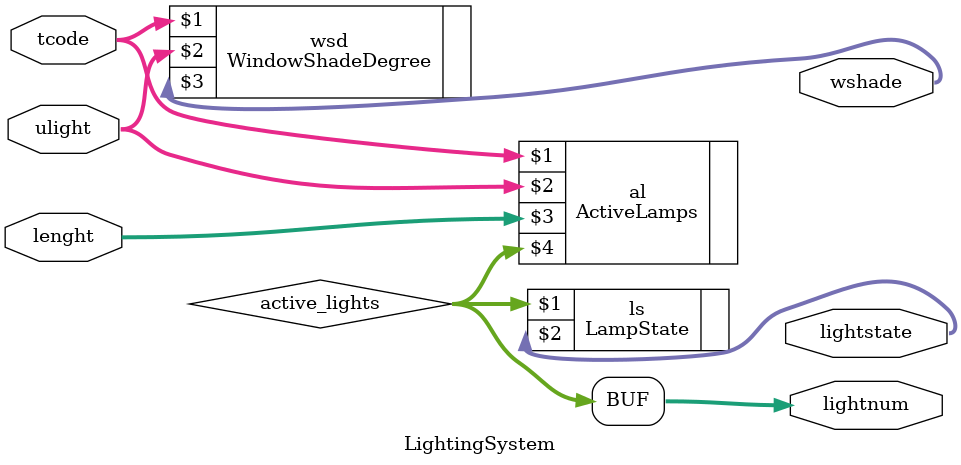
<source format=v>
`timescale 1ns / 1ns
module LightingSystem (
	input  [ 3:0] tcode      , // time code    [table2 time code   ]
	input  [ 3:0] ulight     , // user light   [light degree mode  ]
	input  [ 3:0] lenght     , // room length  [square room lenght ]
	output [ 3:0] wshade     , // shade level  [window shade level ]
	output [ 3:0] lightnum   , // number on    [number of active   ]
	output [15:0] lightstate   // lights state [lights state decode]
);

	wire [3:0] active_lights;
	
	// Instanciate
	ActiveLamps  al (tcode, ulight, lenght, active_lights);
	LampState ls (active_lights, lightstate);
	WindowShadeDegree wsd (tcode, ulight, wshade);
	
	assign lightnum = active_lights;
	
endmodule

</source>
